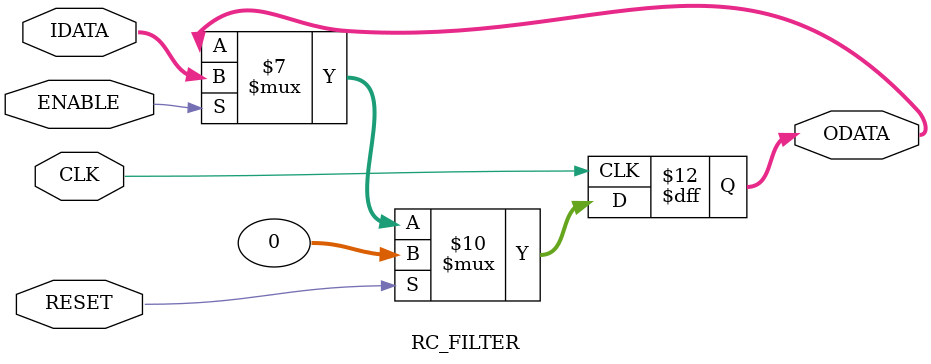
<source format=v>
/*
 * 移動平均フィルタの実装
 * y[n] = a * y[i-1] + (1-a) * x[i]
 * ----------------------------------------------------
 * ENABLE : フィルタの動作タイミングを決めるパルス信号
 * IDATA  : 32bitオーディオデータを指定
 * ODATA  : フィルタをかけたオーディオデータを出力
 */
module RC_FILTER (
    input CLK, RESET, ENABLE,
    input [31:0] IDATA,
    output reg [31:0] ODATA
);

reg [31:0] old;

always @(posedge CLK) begin
    if (RESET == 1'b1) begin
        old <= 0;
		  ODATA <= 0;
    end else if (ENABLE == 1'b1) begin
		  //old <= (old >> 1) + (old >> 2) + (old >> 5) + (old >> 6) + (IDATA >> 3) + (IDATA >> 4) + (IDATA >> 7);
        //ODATA <= old;
         ODATA <= IDATA; // そのまま通過、テスト
    end
end
     
 endmodule
</source>
